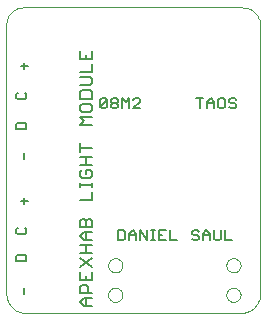
<source format=gto>
G75*
G70*
%OFA0B0*%
%FSLAX24Y24*%
%IPPOS*%
%LPD*%
%AMOC8*
5,1,8,0,0,1.08239X$1,22.5*
%
%ADD10C,0.0000*%
%ADD11C,0.0060*%
%ADD12C,0.0070*%
D10*
X001281Y001099D02*
X008384Y001099D01*
X007943Y001715D02*
X007945Y001745D01*
X007951Y001775D01*
X007960Y001804D01*
X007973Y001831D01*
X007990Y001856D01*
X008009Y001879D01*
X008032Y001900D01*
X008057Y001917D01*
X008083Y001931D01*
X008112Y001941D01*
X008141Y001948D01*
X008171Y001951D01*
X008202Y001950D01*
X008232Y001945D01*
X008261Y001936D01*
X008288Y001924D01*
X008314Y001909D01*
X008338Y001890D01*
X008359Y001868D01*
X008377Y001844D01*
X008392Y001817D01*
X008403Y001789D01*
X008411Y001760D01*
X008415Y001730D01*
X008415Y001700D01*
X008411Y001670D01*
X008403Y001641D01*
X008392Y001613D01*
X008377Y001586D01*
X008359Y001562D01*
X008338Y001540D01*
X008314Y001521D01*
X008288Y001506D01*
X008261Y001494D01*
X008232Y001485D01*
X008202Y001480D01*
X008171Y001479D01*
X008141Y001482D01*
X008112Y001489D01*
X008083Y001499D01*
X008057Y001513D01*
X008032Y001530D01*
X008009Y001551D01*
X007990Y001574D01*
X007973Y001599D01*
X007960Y001626D01*
X007951Y001655D01*
X007945Y001685D01*
X007943Y001715D01*
X008384Y001099D02*
X008436Y001101D01*
X008488Y001107D01*
X008539Y001116D01*
X008589Y001130D01*
X008638Y001147D01*
X008686Y001168D01*
X008732Y001192D01*
X008776Y001220D01*
X008818Y001251D01*
X008857Y001285D01*
X008894Y001322D01*
X008928Y001361D01*
X008959Y001403D01*
X008987Y001447D01*
X009011Y001493D01*
X009032Y001541D01*
X009049Y001590D01*
X009063Y001640D01*
X009072Y001691D01*
X009078Y001743D01*
X009080Y001795D01*
X009081Y001795D02*
X009081Y010680D01*
X009079Y010728D01*
X009073Y010776D01*
X009064Y010824D01*
X009051Y010870D01*
X009034Y010915D01*
X009014Y010959D01*
X008990Y011001D01*
X008964Y011041D01*
X008934Y011079D01*
X008901Y011115D01*
X008865Y011148D01*
X008827Y011178D01*
X008787Y011204D01*
X008745Y011228D01*
X008701Y011248D01*
X008656Y011265D01*
X008610Y011278D01*
X008562Y011287D01*
X008514Y011293D01*
X008466Y011295D01*
X001173Y011295D01*
X001127Y011293D01*
X001080Y011287D01*
X001035Y011278D01*
X000990Y011264D01*
X000947Y011248D01*
X000905Y011227D01*
X000865Y011203D01*
X000827Y011176D01*
X000792Y011146D01*
X000759Y011113D01*
X000729Y011078D01*
X000702Y011040D01*
X000678Y011000D01*
X000657Y010958D01*
X000641Y010915D01*
X000627Y010870D01*
X000618Y010825D01*
X000612Y010778D01*
X000610Y010732D01*
X000611Y010732D02*
X000611Y001770D01*
X000610Y001770D02*
X000612Y001720D01*
X000617Y001670D01*
X000627Y001621D01*
X000640Y001572D01*
X000656Y001525D01*
X000676Y001479D01*
X000700Y001435D01*
X000727Y001392D01*
X000756Y001352D01*
X000789Y001314D01*
X000825Y001278D01*
X000863Y001245D01*
X000903Y001216D01*
X000945Y001189D01*
X000990Y001165D01*
X001036Y001145D01*
X001083Y001129D01*
X001132Y001116D01*
X001181Y001106D01*
X001231Y001101D01*
X001281Y001099D01*
X004006Y001715D02*
X004008Y001745D01*
X004014Y001775D01*
X004023Y001804D01*
X004036Y001831D01*
X004053Y001856D01*
X004072Y001879D01*
X004095Y001900D01*
X004120Y001917D01*
X004146Y001931D01*
X004175Y001941D01*
X004204Y001948D01*
X004234Y001951D01*
X004265Y001950D01*
X004295Y001945D01*
X004324Y001936D01*
X004351Y001924D01*
X004377Y001909D01*
X004401Y001890D01*
X004422Y001868D01*
X004440Y001844D01*
X004455Y001817D01*
X004466Y001789D01*
X004474Y001760D01*
X004478Y001730D01*
X004478Y001700D01*
X004474Y001670D01*
X004466Y001641D01*
X004455Y001613D01*
X004440Y001586D01*
X004422Y001562D01*
X004401Y001540D01*
X004377Y001521D01*
X004351Y001506D01*
X004324Y001494D01*
X004295Y001485D01*
X004265Y001480D01*
X004234Y001479D01*
X004204Y001482D01*
X004175Y001489D01*
X004146Y001499D01*
X004120Y001513D01*
X004095Y001530D01*
X004072Y001551D01*
X004053Y001574D01*
X004036Y001599D01*
X004023Y001626D01*
X004014Y001655D01*
X004008Y001685D01*
X004006Y001715D01*
X004006Y002699D02*
X004008Y002729D01*
X004014Y002759D01*
X004023Y002788D01*
X004036Y002815D01*
X004053Y002840D01*
X004072Y002863D01*
X004095Y002884D01*
X004120Y002901D01*
X004146Y002915D01*
X004175Y002925D01*
X004204Y002932D01*
X004234Y002935D01*
X004265Y002934D01*
X004295Y002929D01*
X004324Y002920D01*
X004351Y002908D01*
X004377Y002893D01*
X004401Y002874D01*
X004422Y002852D01*
X004440Y002828D01*
X004455Y002801D01*
X004466Y002773D01*
X004474Y002744D01*
X004478Y002714D01*
X004478Y002684D01*
X004474Y002654D01*
X004466Y002625D01*
X004455Y002597D01*
X004440Y002570D01*
X004422Y002546D01*
X004401Y002524D01*
X004377Y002505D01*
X004351Y002490D01*
X004324Y002478D01*
X004295Y002469D01*
X004265Y002464D01*
X004234Y002463D01*
X004204Y002466D01*
X004175Y002473D01*
X004146Y002483D01*
X004120Y002497D01*
X004095Y002514D01*
X004072Y002535D01*
X004053Y002558D01*
X004036Y002583D01*
X004023Y002610D01*
X004014Y002639D01*
X004008Y002669D01*
X004006Y002699D01*
X007943Y002699D02*
X007945Y002729D01*
X007951Y002759D01*
X007960Y002788D01*
X007973Y002815D01*
X007990Y002840D01*
X008009Y002863D01*
X008032Y002884D01*
X008057Y002901D01*
X008083Y002915D01*
X008112Y002925D01*
X008141Y002932D01*
X008171Y002935D01*
X008202Y002934D01*
X008232Y002929D01*
X008261Y002920D01*
X008288Y002908D01*
X008314Y002893D01*
X008338Y002874D01*
X008359Y002852D01*
X008377Y002828D01*
X008392Y002801D01*
X008403Y002773D01*
X008411Y002744D01*
X008415Y002714D01*
X008415Y002684D01*
X008411Y002654D01*
X008403Y002625D01*
X008392Y002597D01*
X008377Y002570D01*
X008359Y002546D01*
X008338Y002524D01*
X008314Y002505D01*
X008288Y002490D01*
X008261Y002478D01*
X008232Y002469D01*
X008202Y002464D01*
X008171Y002463D01*
X008141Y002466D01*
X008112Y002473D01*
X008083Y002483D01*
X008057Y002497D01*
X008032Y002514D01*
X008009Y002535D01*
X007990Y002558D01*
X007973Y002583D01*
X007960Y002610D01*
X007951Y002639D01*
X007945Y002669D01*
X007943Y002699D01*
D11*
X007901Y003529D02*
X008128Y003529D01*
X007901Y003529D02*
X007901Y003869D01*
X007760Y003869D02*
X007760Y003586D01*
X007703Y003529D01*
X007589Y003529D01*
X007533Y003586D01*
X007533Y003869D01*
X007391Y003756D02*
X007391Y003529D01*
X007391Y003699D02*
X007164Y003699D01*
X007164Y003756D02*
X007278Y003869D01*
X007391Y003756D01*
X007164Y003756D02*
X007164Y003529D01*
X007023Y003586D02*
X006966Y003529D01*
X006853Y003529D01*
X006796Y003586D01*
X006853Y003699D02*
X006966Y003699D01*
X007023Y003642D01*
X007023Y003586D01*
X006853Y003699D02*
X006796Y003756D01*
X006796Y003813D01*
X006853Y003869D01*
X006966Y003869D01*
X007023Y003813D01*
X006286Y003529D02*
X006059Y003529D01*
X006059Y003869D01*
X005918Y003869D02*
X005691Y003869D01*
X005691Y003529D01*
X005918Y003529D01*
X005805Y003699D02*
X005691Y003699D01*
X005559Y003869D02*
X005446Y003869D01*
X005502Y003869D02*
X005502Y003529D01*
X005446Y003529D02*
X005559Y003529D01*
X005304Y003529D02*
X005304Y003869D01*
X005077Y003869D02*
X005304Y003529D01*
X005077Y003529D02*
X005077Y003869D01*
X004936Y003756D02*
X004936Y003529D01*
X004936Y003699D02*
X004709Y003699D01*
X004709Y003756D02*
X004822Y003869D01*
X004936Y003756D01*
X004709Y003756D02*
X004709Y003529D01*
X004567Y003586D02*
X004511Y003529D01*
X004341Y003529D01*
X004341Y003869D01*
X004511Y003869D01*
X004567Y003813D01*
X004567Y003586D01*
X001281Y003786D02*
X001281Y003899D01*
X001224Y003956D01*
X001281Y003786D02*
X001224Y003729D01*
X000997Y003729D01*
X000940Y003786D01*
X000940Y003899D01*
X000997Y003956D01*
X001210Y004729D02*
X001210Y004956D01*
X001097Y004842D02*
X001324Y004842D01*
X001210Y006229D02*
X001210Y006456D01*
X001281Y007229D02*
X000940Y007229D01*
X000940Y007399D01*
X000997Y007456D01*
X001224Y007456D01*
X001281Y007399D01*
X001281Y007229D01*
X001224Y008229D02*
X000997Y008229D01*
X000940Y008286D01*
X000940Y008399D01*
X000997Y008456D01*
X001224Y008456D02*
X001281Y008399D01*
X001281Y008286D01*
X001224Y008229D01*
X001210Y009229D02*
X001210Y009456D01*
X001097Y009342D02*
X001324Y009342D01*
X003741Y008213D02*
X003741Y007986D01*
X003967Y008213D01*
X003967Y007986D01*
X003911Y007929D01*
X003797Y007929D01*
X003741Y007986D01*
X003741Y008213D02*
X003797Y008269D01*
X003911Y008269D01*
X003967Y008213D01*
X004109Y008213D02*
X004109Y008156D01*
X004166Y008099D01*
X004279Y008099D01*
X004336Y008042D01*
X004336Y007986D01*
X004279Y007929D01*
X004166Y007929D01*
X004109Y007986D01*
X004109Y008042D01*
X004166Y008099D01*
X004279Y008099D02*
X004336Y008156D01*
X004336Y008213D01*
X004279Y008269D01*
X004166Y008269D01*
X004109Y008213D01*
X004477Y008269D02*
X004477Y007929D01*
X004591Y008156D02*
X004704Y008269D01*
X004704Y007929D01*
X004846Y007929D02*
X005072Y008156D01*
X005072Y008213D01*
X005016Y008269D01*
X004902Y008269D01*
X004846Y008213D01*
X004591Y008156D02*
X004477Y008269D01*
X004846Y007929D02*
X005072Y007929D01*
X006941Y008269D02*
X007167Y008269D01*
X007054Y008269D02*
X007054Y007929D01*
X007309Y007929D02*
X007309Y008156D01*
X007422Y008269D01*
X007536Y008156D01*
X007536Y007929D01*
X007677Y007986D02*
X007734Y007929D01*
X007847Y007929D01*
X007904Y007986D01*
X007904Y008213D01*
X007847Y008269D01*
X007734Y008269D01*
X007677Y008213D01*
X007677Y007986D01*
X007536Y008099D02*
X007309Y008099D01*
X008046Y008156D02*
X008102Y008099D01*
X008216Y008099D01*
X008272Y008042D01*
X008272Y007986D01*
X008216Y007929D01*
X008102Y007929D01*
X008046Y007986D01*
X008046Y008156D02*
X008046Y008213D01*
X008102Y008269D01*
X008216Y008269D01*
X008272Y008213D01*
X001281Y002999D02*
X001281Y002829D01*
X000940Y002829D01*
X000940Y002999D01*
X000997Y003056D01*
X001224Y003056D01*
X001281Y002999D01*
X001210Y001956D02*
X001210Y001729D01*
D12*
X003065Y001776D02*
X003065Y001981D01*
X003134Y002050D01*
X003270Y002050D01*
X003339Y001981D01*
X003339Y001776D01*
X003476Y001776D02*
X003065Y001776D01*
X003202Y001608D02*
X003476Y001608D01*
X003270Y001608D02*
X003270Y001334D01*
X003202Y001334D02*
X003065Y001471D01*
X003202Y001608D01*
X003202Y001334D02*
X003476Y001334D01*
X003476Y002218D02*
X003065Y002218D01*
X003065Y002492D01*
X003065Y002660D02*
X003476Y002934D01*
X003476Y003102D02*
X003065Y003102D01*
X003065Y002934D02*
X003476Y002660D01*
X003476Y002492D02*
X003476Y002218D01*
X003270Y002218D02*
X003270Y002355D01*
X003270Y003102D02*
X003270Y003376D01*
X003270Y003544D02*
X003270Y003818D01*
X003202Y003818D02*
X003476Y003818D01*
X003476Y003986D02*
X003476Y004191D01*
X003407Y004259D01*
X003339Y004259D01*
X003270Y004191D01*
X003270Y003986D01*
X003202Y003818D02*
X003065Y003681D01*
X003202Y003544D01*
X003476Y003544D01*
X003476Y003376D02*
X003065Y003376D01*
X003065Y003986D02*
X003065Y004191D01*
X003134Y004259D01*
X003202Y004259D01*
X003270Y004191D01*
X003065Y003986D02*
X003476Y003986D01*
X003476Y004870D02*
X003065Y004870D01*
X003476Y004870D02*
X003476Y005143D01*
X003476Y005312D02*
X003476Y005449D01*
X003476Y005380D02*
X003065Y005380D01*
X003065Y005312D02*
X003065Y005449D01*
X003134Y005607D02*
X003407Y005607D01*
X003476Y005675D01*
X003476Y005812D01*
X003407Y005880D01*
X003270Y005880D01*
X003270Y005743D01*
X003134Y005607D02*
X003065Y005675D01*
X003065Y005812D01*
X003134Y005880D01*
X003065Y006048D02*
X003476Y006048D01*
X003270Y006048D02*
X003270Y006322D01*
X003065Y006322D02*
X003476Y006322D01*
X003476Y006627D02*
X003065Y006627D01*
X003065Y006490D02*
X003065Y006764D01*
X003065Y007374D02*
X003202Y007511D01*
X003065Y007648D01*
X003476Y007648D01*
X003407Y007816D02*
X003476Y007885D01*
X003476Y008022D01*
X003407Y008090D01*
X003134Y008090D01*
X003065Y008022D01*
X003065Y007885D01*
X003134Y007816D01*
X003407Y007816D01*
X003476Y008258D02*
X003065Y008258D01*
X003065Y008464D01*
X003134Y008532D01*
X003407Y008532D01*
X003476Y008464D01*
X003476Y008258D01*
X003407Y008700D02*
X003065Y008700D01*
X003065Y008974D02*
X003407Y008974D01*
X003476Y008906D01*
X003476Y008769D01*
X003407Y008700D01*
X003476Y009142D02*
X003065Y009142D01*
X003476Y009142D02*
X003476Y009416D01*
X003476Y009584D02*
X003476Y009858D01*
X003270Y009721D02*
X003270Y009584D01*
X003065Y009584D02*
X003065Y009858D01*
X003065Y009584D02*
X003476Y009584D01*
X003476Y007374D02*
X003065Y007374D01*
M02*

</source>
